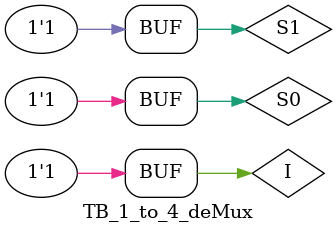
<source format=v>


module TB_1_to_4_deMux();
wire [3:0]Y; reg I; reg S1, S0;

//triggering Test Bench for Dataflow Modelling
deMux_1_to_4_df triggering_dataflowModelling(I, S1, S0, Y);

initial
begin

//setting sample input I to be logic high (1)
I = 1'b1;

//passing combinations for select lines to get desired output
S1 = 1'b0; S0 = 1'b0;
#200;
S1 = 1'b0; S0 = 1'b1;
#200;
S1 = 1'b1; S0 = 1'b0;
#200;
S1 = 1'b1; S0 = 1'b1;
end
endmodule
</source>
